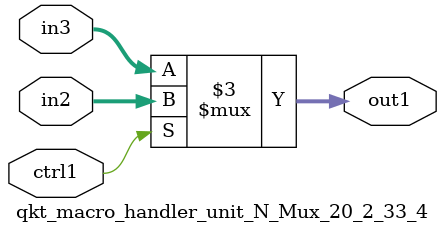
<source format=v>

`timescale 1ps / 1ps


module qkt_macro_handler_unit_N_Mux_20_2_33_4( in3, in2, ctrl1, out1 );

    input [19:0] in3;
    input [19:0] in2;
    input ctrl1;
    output [19:0] out1;
    reg [19:0] out1;

    
    // rtl_process:qkt_macro_handler_unit_N_Mux_20_2_33_4/qkt_macro_handler_unit_N_Mux_20_2_33_4_thread_1
    always @*
      begin : qkt_macro_handler_unit_N_Mux_20_2_33_4_thread_1
        case (ctrl1) 
          1'b1: 
            begin
              out1 = in2;
            end
          default: 
            begin
              out1 = in3;
            end
        endcase
      end

endmodule



</source>
